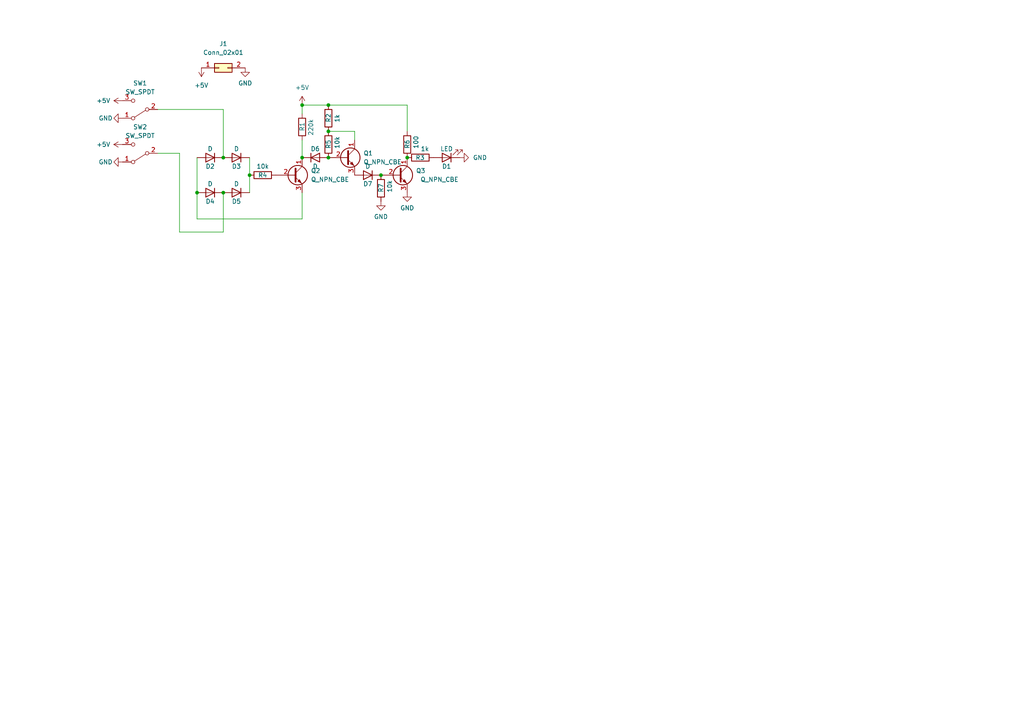
<source format=kicad_sch>
(kicad_sch (version 20211123) (generator eeschema)

  (uuid 10ec5ad7-bb20-4655-82cf-cb8007cf251a)

  (paper "A4")

  (lib_symbols
    (symbol "Connector_Generic:Conn_02x01" (pin_names (offset 1.016) hide) (in_bom yes) (on_board yes)
      (property "Reference" "J" (id 0) (at 1.27 2.54 0)
        (effects (font (size 1.27 1.27)))
      )
      (property "Value" "Conn_02x01" (id 1) (at 1.27 -2.54 0)
        (effects (font (size 1.27 1.27)))
      )
      (property "Footprint" "" (id 2) (at 0 0 0)
        (effects (font (size 1.27 1.27)) hide)
      )
      (property "Datasheet" "~" (id 3) (at 0 0 0)
        (effects (font (size 1.27 1.27)) hide)
      )
      (property "ki_keywords" "connector" (id 4) (at 0 0 0)
        (effects (font (size 1.27 1.27)) hide)
      )
      (property "ki_description" "Generic connector, double row, 02x01, this symbol is compatible with counter-clockwise, top-bottom and odd-even numbering schemes., script generated (kicad-library-utils/schlib/autogen/connector/)" (id 5) (at 0 0 0)
        (effects (font (size 1.27 1.27)) hide)
      )
      (property "ki_fp_filters" "Connector*:*_2x??_*" (id 6) (at 0 0 0)
        (effects (font (size 1.27 1.27)) hide)
      )
      (symbol "Conn_02x01_1_1"
        (rectangle (start -1.27 0.127) (end 0 -0.127)
          (stroke (width 0.1524) (type default) (color 0 0 0 0))
          (fill (type none))
        )
        (rectangle (start -1.27 1.27) (end 3.81 -1.27)
          (stroke (width 0.254) (type default) (color 0 0 0 0))
          (fill (type background))
        )
        (rectangle (start 3.81 0.127) (end 2.54 -0.127)
          (stroke (width 0.1524) (type default) (color 0 0 0 0))
          (fill (type none))
        )
        (pin passive line (at -5.08 0 0) (length 3.81)
          (name "Pin_1" (effects (font (size 1.27 1.27))))
          (number "1" (effects (font (size 1.27 1.27))))
        )
        (pin passive line (at 7.62 0 180) (length 3.81)
          (name "Pin_2" (effects (font (size 1.27 1.27))))
          (number "2" (effects (font (size 1.27 1.27))))
        )
      )
    )
    (symbol "Device:D" (pin_numbers hide) (pin_names (offset 1.016) hide) (in_bom yes) (on_board yes)
      (property "Reference" "D" (id 0) (at 0 2.54 0)
        (effects (font (size 1.27 1.27)))
      )
      (property "Value" "D" (id 1) (at 0 -2.54 0)
        (effects (font (size 1.27 1.27)))
      )
      (property "Footprint" "" (id 2) (at 0 0 0)
        (effects (font (size 1.27 1.27)) hide)
      )
      (property "Datasheet" "~" (id 3) (at 0 0 0)
        (effects (font (size 1.27 1.27)) hide)
      )
      (property "ki_keywords" "diode" (id 4) (at 0 0 0)
        (effects (font (size 1.27 1.27)) hide)
      )
      (property "ki_description" "Diode" (id 5) (at 0 0 0)
        (effects (font (size 1.27 1.27)) hide)
      )
      (property "ki_fp_filters" "TO-???* *_Diode_* *SingleDiode* D_*" (id 6) (at 0 0 0)
        (effects (font (size 1.27 1.27)) hide)
      )
      (symbol "D_0_1"
        (polyline
          (pts
            (xy -1.27 1.27)
            (xy -1.27 -1.27)
          )
          (stroke (width 0.254) (type default) (color 0 0 0 0))
          (fill (type none))
        )
        (polyline
          (pts
            (xy 1.27 0)
            (xy -1.27 0)
          )
          (stroke (width 0) (type default) (color 0 0 0 0))
          (fill (type none))
        )
        (polyline
          (pts
            (xy 1.27 1.27)
            (xy 1.27 -1.27)
            (xy -1.27 0)
            (xy 1.27 1.27)
          )
          (stroke (width 0.254) (type default) (color 0 0 0 0))
          (fill (type none))
        )
      )
      (symbol "D_1_1"
        (pin passive line (at -3.81 0 0) (length 2.54)
          (name "K" (effects (font (size 1.27 1.27))))
          (number "1" (effects (font (size 1.27 1.27))))
        )
        (pin passive line (at 3.81 0 180) (length 2.54)
          (name "A" (effects (font (size 1.27 1.27))))
          (number "2" (effects (font (size 1.27 1.27))))
        )
      )
    )
    (symbol "Device:LED" (pin_numbers hide) (pin_names (offset 1.016) hide) (in_bom yes) (on_board yes)
      (property "Reference" "D" (id 0) (at 0 2.54 0)
        (effects (font (size 1.27 1.27)))
      )
      (property "Value" "LED" (id 1) (at 0 -2.54 0)
        (effects (font (size 1.27 1.27)))
      )
      (property "Footprint" "" (id 2) (at 0 0 0)
        (effects (font (size 1.27 1.27)) hide)
      )
      (property "Datasheet" "~" (id 3) (at 0 0 0)
        (effects (font (size 1.27 1.27)) hide)
      )
      (property "ki_keywords" "LED diode" (id 4) (at 0 0 0)
        (effects (font (size 1.27 1.27)) hide)
      )
      (property "ki_description" "Light emitting diode" (id 5) (at 0 0 0)
        (effects (font (size 1.27 1.27)) hide)
      )
      (property "ki_fp_filters" "LED* LED_SMD:* LED_THT:*" (id 6) (at 0 0 0)
        (effects (font (size 1.27 1.27)) hide)
      )
      (symbol "LED_0_1"
        (polyline
          (pts
            (xy -1.27 -1.27)
            (xy -1.27 1.27)
          )
          (stroke (width 0.254) (type default) (color 0 0 0 0))
          (fill (type none))
        )
        (polyline
          (pts
            (xy -1.27 0)
            (xy 1.27 0)
          )
          (stroke (width 0) (type default) (color 0 0 0 0))
          (fill (type none))
        )
        (polyline
          (pts
            (xy 1.27 -1.27)
            (xy 1.27 1.27)
            (xy -1.27 0)
            (xy 1.27 -1.27)
          )
          (stroke (width 0.254) (type default) (color 0 0 0 0))
          (fill (type none))
        )
        (polyline
          (pts
            (xy -3.048 -0.762)
            (xy -4.572 -2.286)
            (xy -3.81 -2.286)
            (xy -4.572 -2.286)
            (xy -4.572 -1.524)
          )
          (stroke (width 0) (type default) (color 0 0 0 0))
          (fill (type none))
        )
        (polyline
          (pts
            (xy -1.778 -0.762)
            (xy -3.302 -2.286)
            (xy -2.54 -2.286)
            (xy -3.302 -2.286)
            (xy -3.302 -1.524)
          )
          (stroke (width 0) (type default) (color 0 0 0 0))
          (fill (type none))
        )
      )
      (symbol "LED_1_1"
        (pin passive line (at -3.81 0 0) (length 2.54)
          (name "K" (effects (font (size 1.27 1.27))))
          (number "1" (effects (font (size 1.27 1.27))))
        )
        (pin passive line (at 3.81 0 180) (length 2.54)
          (name "A" (effects (font (size 1.27 1.27))))
          (number "2" (effects (font (size 1.27 1.27))))
        )
      )
    )
    (symbol "Device:Q_NPN_CBE" (pin_names (offset 0) hide) (in_bom yes) (on_board yes)
      (property "Reference" "Q" (id 0) (at 5.08 1.27 0)
        (effects (font (size 1.27 1.27)) (justify left))
      )
      (property "Value" "Q_NPN_CBE" (id 1) (at 5.08 -1.27 0)
        (effects (font (size 1.27 1.27)) (justify left))
      )
      (property "Footprint" "" (id 2) (at 5.08 2.54 0)
        (effects (font (size 1.27 1.27)) hide)
      )
      (property "Datasheet" "~" (id 3) (at 0 0 0)
        (effects (font (size 1.27 1.27)) hide)
      )
      (property "ki_keywords" "transistor NPN" (id 4) (at 0 0 0)
        (effects (font (size 1.27 1.27)) hide)
      )
      (property "ki_description" "NPN transistor, collector/base/emitter" (id 5) (at 0 0 0)
        (effects (font (size 1.27 1.27)) hide)
      )
      (symbol "Q_NPN_CBE_0_1"
        (polyline
          (pts
            (xy 0.635 0.635)
            (xy 2.54 2.54)
          )
          (stroke (width 0) (type default) (color 0 0 0 0))
          (fill (type none))
        )
        (polyline
          (pts
            (xy 0.635 -0.635)
            (xy 2.54 -2.54)
            (xy 2.54 -2.54)
          )
          (stroke (width 0) (type default) (color 0 0 0 0))
          (fill (type none))
        )
        (polyline
          (pts
            (xy 0.635 1.905)
            (xy 0.635 -1.905)
            (xy 0.635 -1.905)
          )
          (stroke (width 0.508) (type default) (color 0 0 0 0))
          (fill (type none))
        )
        (polyline
          (pts
            (xy 1.27 -1.778)
            (xy 1.778 -1.27)
            (xy 2.286 -2.286)
            (xy 1.27 -1.778)
            (xy 1.27 -1.778)
          )
          (stroke (width 0) (type default) (color 0 0 0 0))
          (fill (type outline))
        )
        (circle (center 1.27 0) (radius 2.8194)
          (stroke (width 0.254) (type default) (color 0 0 0 0))
          (fill (type none))
        )
      )
      (symbol "Q_NPN_CBE_1_1"
        (pin passive line (at 2.54 5.08 270) (length 2.54)
          (name "C" (effects (font (size 1.27 1.27))))
          (number "1" (effects (font (size 1.27 1.27))))
        )
        (pin input line (at -5.08 0 0) (length 5.715)
          (name "B" (effects (font (size 1.27 1.27))))
          (number "2" (effects (font (size 1.27 1.27))))
        )
        (pin passive line (at 2.54 -5.08 90) (length 2.54)
          (name "E" (effects (font (size 1.27 1.27))))
          (number "3" (effects (font (size 1.27 1.27))))
        )
      )
    )
    (symbol "Device:R" (pin_numbers hide) (pin_names (offset 0)) (in_bom yes) (on_board yes)
      (property "Reference" "R" (id 0) (at 2.032 0 90)
        (effects (font (size 1.27 1.27)))
      )
      (property "Value" "R" (id 1) (at 0 0 90)
        (effects (font (size 1.27 1.27)))
      )
      (property "Footprint" "" (id 2) (at -1.778 0 90)
        (effects (font (size 1.27 1.27)) hide)
      )
      (property "Datasheet" "~" (id 3) (at 0 0 0)
        (effects (font (size 1.27 1.27)) hide)
      )
      (property "ki_keywords" "R res resistor" (id 4) (at 0 0 0)
        (effects (font (size 1.27 1.27)) hide)
      )
      (property "ki_description" "Resistor" (id 5) (at 0 0 0)
        (effects (font (size 1.27 1.27)) hide)
      )
      (property "ki_fp_filters" "R_*" (id 6) (at 0 0 0)
        (effects (font (size 1.27 1.27)) hide)
      )
      (symbol "R_0_1"
        (rectangle (start -1.016 -2.54) (end 1.016 2.54)
          (stroke (width 0.254) (type default) (color 0 0 0 0))
          (fill (type none))
        )
      )
      (symbol "R_1_1"
        (pin passive line (at 0 3.81 270) (length 1.27)
          (name "~" (effects (font (size 1.27 1.27))))
          (number "1" (effects (font (size 1.27 1.27))))
        )
        (pin passive line (at 0 -3.81 90) (length 1.27)
          (name "~" (effects (font (size 1.27 1.27))))
          (number "2" (effects (font (size 1.27 1.27))))
        )
      )
    )
    (symbol "Switch:SW_SPDT" (pin_names (offset 0) hide) (in_bom yes) (on_board yes)
      (property "Reference" "SW" (id 0) (at 0 4.318 0)
        (effects (font (size 1.27 1.27)))
      )
      (property "Value" "SW_SPDT" (id 1) (at 0 -5.08 0)
        (effects (font (size 1.27 1.27)))
      )
      (property "Footprint" "" (id 2) (at 0 0 0)
        (effects (font (size 1.27 1.27)) hide)
      )
      (property "Datasheet" "~" (id 3) (at 0 0 0)
        (effects (font (size 1.27 1.27)) hide)
      )
      (property "ki_keywords" "switch single-pole double-throw spdt ON-ON" (id 4) (at 0 0 0)
        (effects (font (size 1.27 1.27)) hide)
      )
      (property "ki_description" "Switch, single pole double throw" (id 5) (at 0 0 0)
        (effects (font (size 1.27 1.27)) hide)
      )
      (symbol "SW_SPDT_0_0"
        (circle (center -2.032 0) (radius 0.508)
          (stroke (width 0) (type default) (color 0 0 0 0))
          (fill (type none))
        )
        (circle (center 2.032 -2.54) (radius 0.508)
          (stroke (width 0) (type default) (color 0 0 0 0))
          (fill (type none))
        )
      )
      (symbol "SW_SPDT_0_1"
        (polyline
          (pts
            (xy -1.524 0.254)
            (xy 1.651 2.286)
          )
          (stroke (width 0) (type default) (color 0 0 0 0))
          (fill (type none))
        )
        (circle (center 2.032 2.54) (radius 0.508)
          (stroke (width 0) (type default) (color 0 0 0 0))
          (fill (type none))
        )
      )
      (symbol "SW_SPDT_1_1"
        (pin passive line (at 5.08 2.54 180) (length 2.54)
          (name "A" (effects (font (size 1.27 1.27))))
          (number "1" (effects (font (size 1.27 1.27))))
        )
        (pin passive line (at -5.08 0 0) (length 2.54)
          (name "B" (effects (font (size 1.27 1.27))))
          (number "2" (effects (font (size 1.27 1.27))))
        )
        (pin passive line (at 5.08 -2.54 180) (length 2.54)
          (name "C" (effects (font (size 1.27 1.27))))
          (number "3" (effects (font (size 1.27 1.27))))
        )
      )
    )
    (symbol "power:+5V" (power) (pin_names (offset 0)) (in_bom yes) (on_board yes)
      (property "Reference" "#PWR" (id 0) (at 0 -3.81 0)
        (effects (font (size 1.27 1.27)) hide)
      )
      (property "Value" "+5V" (id 1) (at 0 3.556 0)
        (effects (font (size 1.27 1.27)))
      )
      (property "Footprint" "" (id 2) (at 0 0 0)
        (effects (font (size 1.27 1.27)) hide)
      )
      (property "Datasheet" "" (id 3) (at 0 0 0)
        (effects (font (size 1.27 1.27)) hide)
      )
      (property "ki_keywords" "power-flag" (id 4) (at 0 0 0)
        (effects (font (size 1.27 1.27)) hide)
      )
      (property "ki_description" "Power symbol creates a global label with name \"+5V\"" (id 5) (at 0 0 0)
        (effects (font (size 1.27 1.27)) hide)
      )
      (symbol "+5V_0_1"
        (polyline
          (pts
            (xy -0.762 1.27)
            (xy 0 2.54)
          )
          (stroke (width 0) (type default) (color 0 0 0 0))
          (fill (type none))
        )
        (polyline
          (pts
            (xy 0 0)
            (xy 0 2.54)
          )
          (stroke (width 0) (type default) (color 0 0 0 0))
          (fill (type none))
        )
        (polyline
          (pts
            (xy 0 2.54)
            (xy 0.762 1.27)
          )
          (stroke (width 0) (type default) (color 0 0 0 0))
          (fill (type none))
        )
      )
      (symbol "+5V_1_1"
        (pin power_in line (at 0 0 90) (length 0) hide
          (name "+5V" (effects (font (size 1.27 1.27))))
          (number "1" (effects (font (size 1.27 1.27))))
        )
      )
    )
    (symbol "power:GND" (power) (pin_names (offset 0)) (in_bom yes) (on_board yes)
      (property "Reference" "#PWR" (id 0) (at 0 -6.35 0)
        (effects (font (size 1.27 1.27)) hide)
      )
      (property "Value" "GND" (id 1) (at 0 -3.81 0)
        (effects (font (size 1.27 1.27)))
      )
      (property "Footprint" "" (id 2) (at 0 0 0)
        (effects (font (size 1.27 1.27)) hide)
      )
      (property "Datasheet" "" (id 3) (at 0 0 0)
        (effects (font (size 1.27 1.27)) hide)
      )
      (property "ki_keywords" "power-flag" (id 4) (at 0 0 0)
        (effects (font (size 1.27 1.27)) hide)
      )
      (property "ki_description" "Power symbol creates a global label with name \"GND\" , ground" (id 5) (at 0 0 0)
        (effects (font (size 1.27 1.27)) hide)
      )
      (symbol "GND_0_1"
        (polyline
          (pts
            (xy 0 0)
            (xy 0 -1.27)
            (xy 1.27 -1.27)
            (xy 0 -2.54)
            (xy -1.27 -1.27)
            (xy 0 -1.27)
          )
          (stroke (width 0) (type default) (color 0 0 0 0))
          (fill (type none))
        )
      )
      (symbol "GND_1_1"
        (pin power_in line (at 0 0 270) (length 0) hide
          (name "GND" (effects (font (size 1.27 1.27))))
          (number "1" (effects (font (size 1.27 1.27))))
        )
      )
    )
  )

  (junction (at 72.39 50.8) (diameter 0) (color 0 0 0 0)
    (uuid 062f7f15-e5bf-4dcd-b281-974485c53857)
  )
  (junction (at 110.49 50.8) (diameter 0) (color 0 0 0 0)
    (uuid 0bc8abed-7fa0-40e9-b5b6-74b2a9ad24e1)
  )
  (junction (at 118.11 45.72) (diameter 0) (color 0 0 0 0)
    (uuid 0c594987-5c64-4084-b780-a1f1bc443ba1)
  )
  (junction (at 95.25 30.48) (diameter 0) (color 0 0 0 0)
    (uuid 2bfc4a2e-f037-4077-b4ff-5504ea63cc16)
  )
  (junction (at 87.63 45.72) (diameter 0) (color 0 0 0 0)
    (uuid 3462b1cb-79e8-421a-9a69-66acccfc9eb5)
  )
  (junction (at 95.25 38.1) (diameter 0) (color 0 0 0 0)
    (uuid 354b77cf-6c86-4667-8572-723a0c0646db)
  )
  (junction (at 95.25 45.72) (diameter 0) (color 0 0 0 0)
    (uuid 5f594fa1-1997-4377-a793-3cf5fcc2537d)
  )
  (junction (at 87.63 30.48) (diameter 0) (color 0 0 0 0)
    (uuid 63f26a74-da97-4839-8a70-64b50620271f)
  )
  (junction (at 64.77 45.72) (diameter 0) (color 0 0 0 0)
    (uuid 996223ee-38c2-410a-9b5b-b709d8d0f64d)
  )
  (junction (at 64.77 55.88) (diameter 0) (color 0 0 0 0)
    (uuid d9393b35-79a9-405a-830b-aa5b31176090)
  )
  (junction (at 57.15 55.88) (diameter 0) (color 0 0 0 0)
    (uuid eeb32993-d050-462a-90c3-0d6ad32985c2)
  )

  (wire (pts (xy 87.63 40.64) (xy 87.63 45.72))
    (stroke (width 0) (type default) (color 0 0 0 0))
    (uuid 1275da30-69dc-48d0-bca5-55d82a60cb7b)
  )
  (wire (pts (xy 57.15 63.5) (xy 87.63 63.5))
    (stroke (width 0) (type default) (color 0 0 0 0))
    (uuid 3dd3d236-7c37-4e2f-b0fc-a67fa8b1cb71)
  )
  (wire (pts (xy 64.77 67.31) (xy 52.07 67.31))
    (stroke (width 0) (type default) (color 0 0 0 0))
    (uuid 48212733-bf34-4c3b-bcf3-5489b8cf1ea1)
  )
  (wire (pts (xy 64.77 55.88) (xy 64.77 67.31))
    (stroke (width 0) (type default) (color 0 0 0 0))
    (uuid 5d9cd834-4646-41e7-b5fb-e9b982cf6ac3)
  )
  (wire (pts (xy 87.63 30.48) (xy 87.63 33.02))
    (stroke (width 0) (type default) (color 0 0 0 0))
    (uuid 63d1a944-8111-4dea-9cf9-991bbed971bf)
  )
  (wire (pts (xy 87.63 63.5) (xy 87.63 55.88))
    (stroke (width 0) (type default) (color 0 0 0 0))
    (uuid 69ec15ec-2f30-4c1e-ae05-a3c685630390)
  )
  (wire (pts (xy 118.11 30.48) (xy 95.25 30.48))
    (stroke (width 0) (type default) (color 0 0 0 0))
    (uuid 82430b96-2b24-4c0e-ad94-e51d7502f3cb)
  )
  (wire (pts (xy 72.39 50.8) (xy 72.39 55.88))
    (stroke (width 0) (type default) (color 0 0 0 0))
    (uuid 8a01eb2c-74c1-44ee-bde1-e8bdc14dea9f)
  )
  (wire (pts (xy 57.15 45.72) (xy 57.15 55.88))
    (stroke (width 0) (type default) (color 0 0 0 0))
    (uuid 8df1eec6-bdd2-4ec2-b4bf-bba3b1c36446)
  )
  (wire (pts (xy 118.11 38.1) (xy 118.11 30.48))
    (stroke (width 0) (type default) (color 0 0 0 0))
    (uuid a3af416f-ffc8-4c3e-866c-fb205c2137f1)
  )
  (wire (pts (xy 72.39 45.72) (xy 72.39 50.8))
    (stroke (width 0) (type default) (color 0 0 0 0))
    (uuid aa2c3328-6c32-452e-ada1-095e6953e8b0)
  )
  (wire (pts (xy 45.72 31.75) (xy 64.77 31.75))
    (stroke (width 0) (type default) (color 0 0 0 0))
    (uuid ab9d914d-e082-4ca3-9ff1-7f7978789625)
  )
  (wire (pts (xy 95.25 38.1) (xy 102.87 38.1))
    (stroke (width 0) (type default) (color 0 0 0 0))
    (uuid abd08907-b1f0-401a-a6cd-1e4ac4c1ed5c)
  )
  (wire (pts (xy 87.63 30.48) (xy 95.25 30.48))
    (stroke (width 0) (type default) (color 0 0 0 0))
    (uuid b24aac58-713c-4dad-b402-dd167f71c762)
  )
  (wire (pts (xy 102.87 40.64) (xy 102.87 38.1))
    (stroke (width 0) (type default) (color 0 0 0 0))
    (uuid b8fed773-293e-47b1-8436-208c9c42928e)
  )
  (wire (pts (xy 52.07 67.31) (xy 52.07 44.45))
    (stroke (width 0) (type default) (color 0 0 0 0))
    (uuid bf8cdcad-7f5e-47c5-b90c-b114283fecab)
  )
  (wire (pts (xy 52.07 44.45) (xy 45.72 44.45))
    (stroke (width 0) (type default) (color 0 0 0 0))
    (uuid d3468f27-1eec-4f47-ae6d-e681c6bd1e5e)
  )
  (wire (pts (xy 64.77 31.75) (xy 64.77 45.72))
    (stroke (width 0) (type default) (color 0 0 0 0))
    (uuid e344dcf8-0858-425b-823b-e32ea21c4a67)
  )
  (wire (pts (xy 57.15 55.88) (xy 57.15 63.5))
    (stroke (width 0) (type default) (color 0 0 0 0))
    (uuid fbcf8ccd-7126-4cfe-99df-20504ab77b20)
  )

  (symbol (lib_id "Device:Q_NPN_CBE") (at 115.57 50.8 0) (unit 1)
    (in_bom yes) (on_board yes)
    (uuid 0288dc88-28fa-4a6c-8729-bf5765f6c9ac)
    (property "Reference" "Q3" (id 0) (at 120.65 49.5299 0)
      (effects (font (size 1.27 1.27)) (justify left))
    )
    (property "Value" "Q_NPN_CBE" (id 1) (at 121.92 52.07 0)
      (effects (font (size 1.27 1.27)) (justify left))
    )
    (property "Footprint" "Package_TO_SOT_THT:TO-92_Inline_Wide" (id 2) (at 120.65 48.26 0)
      (effects (font (size 1.27 1.27)) hide)
    )
    (property "Datasheet" "~" (id 3) (at 115.57 50.8 0)
      (effects (font (size 1.27 1.27)) hide)
    )
    (pin "1" (uuid 8c02e483-b24a-410b-96bf-faa1ad12fead))
    (pin "2" (uuid aea0add4-5515-467b-8ee4-e4317d491304))
    (pin "3" (uuid 457ff7c0-c07e-4f46-a6a2-4ed6137e4399))
  )

  (symbol (lib_id "Device:D") (at 68.58 55.88 180) (unit 1)
    (in_bom yes) (on_board yes)
    (uuid 0f33a126-f5c7-4dc9-9826-30033f438670)
    (property "Reference" "D5" (id 0) (at 68.58 58.42 0))
    (property "Value" "D" (id 1) (at 68.58 53.34 0))
    (property "Footprint" "Diode_THT:D_DO-35_SOD27_P2.54mm_Vertical_AnodeUp" (id 2) (at 68.58 55.88 0)
      (effects (font (size 1.27 1.27)) hide)
    )
    (property "Datasheet" "~" (id 3) (at 68.58 55.88 0)
      (effects (font (size 1.27 1.27)) hide)
    )
    (pin "1" (uuid 88f7d02b-fdf7-4d31-a533-795ddc06460b))
    (pin "2" (uuid 3618f0ab-1e62-4aa3-adb4-2eeab2019f88))
  )

  (symbol (lib_id "Device:D") (at 60.96 55.88 180) (unit 1)
    (in_bom yes) (on_board yes)
    (uuid 0fab2ac9-14f6-4dd4-8236-706e5f3651c7)
    (property "Reference" "D4" (id 0) (at 60.96 58.42 0))
    (property "Value" "D" (id 1) (at 60.96 53.34 0))
    (property "Footprint" "Diode_THT:D_DO-35_SOD27_P2.54mm_Vertical_AnodeUp" (id 2) (at 60.96 55.88 0)
      (effects (font (size 1.27 1.27)) hide)
    )
    (property "Datasheet" "~" (id 3) (at 60.96 55.88 0)
      (effects (font (size 1.27 1.27)) hide)
    )
    (pin "1" (uuid 16df87b5-c12e-4060-be61-6416fe75aeed))
    (pin "2" (uuid 4cbc60ec-2e87-4e56-8dcf-8c691c63e8fe))
  )

  (symbol (lib_id "Device:LED") (at 129.54 45.72 180) (unit 1)
    (in_bom yes) (on_board yes)
    (uuid 195a337f-b70d-4a8e-90fe-a2e4e58c3a35)
    (property "Reference" "D1" (id 0) (at 129.54 48.26 0))
    (property "Value" "LED" (id 1) (at 129.54 43.18 0))
    (property "Footprint" "LED_THT:LED_D3.0mm" (id 2) (at 129.54 45.72 0)
      (effects (font (size 1.27 1.27)) hide)
    )
    (property "Datasheet" "~" (id 3) (at 129.54 45.72 0)
      (effects (font (size 1.27 1.27)) hide)
    )
    (pin "1" (uuid 6de18248-4bdc-4f9a-a92e-52a16d702edb))
    (pin "2" (uuid a540ec35-e587-4daf-9b9d-0ac2ce1f740d))
  )

  (symbol (lib_id "Connector_Generic:Conn_02x01") (at 63.5 19.685 0) (unit 1)
    (in_bom yes) (on_board yes) (fields_autoplaced)
    (uuid 26e3d61c-ea12-4336-921b-728f78eb540f)
    (property "Reference" "J1" (id 0) (at 64.77 12.7 0))
    (property "Value" "Conn_02x01" (id 1) (at 64.77 15.24 0))
    (property "Footprint" "Connector_PinSocket_2.54mm:PinSocket_1x02_P2.54mm_Vertical" (id 2) (at 63.5 19.685 0)
      (effects (font (size 1.27 1.27)) hide)
    )
    (property "Datasheet" "~" (id 3) (at 63.5 19.685 0)
      (effects (font (size 1.27 1.27)) hide)
    )
    (pin "1" (uuid 22ede315-0781-4ac3-9d50-1d749585de3f))
    (pin "2" (uuid 493718b4-c9d0-4a42-bae8-6a4d56f41555))
  )

  (symbol (lib_id "Device:D") (at 106.68 50.8 180) (unit 1)
    (in_bom yes) (on_board yes)
    (uuid 39044566-860e-427d-8d35-3655f7b8070b)
    (property "Reference" "D7" (id 0) (at 106.68 53.34 0))
    (property "Value" "D" (id 1) (at 106.68 48.26 0))
    (property "Footprint" "Diode_THT:D_DO-35_SOD27_P2.54mm_Vertical_AnodeUp" (id 2) (at 106.68 50.8 0)
      (effects (font (size 1.27 1.27)) hide)
    )
    (property "Datasheet" "~" (id 3) (at 106.68 50.8 0)
      (effects (font (size 1.27 1.27)) hide)
    )
    (pin "1" (uuid 55bbb780-f2ce-4b2e-ba94-bd28f110ff6f))
    (pin "2" (uuid d8114d82-0e68-4fdb-8c9a-d98e9f86fe36))
  )

  (symbol (lib_id "power:GND") (at 71.12 19.685 0) (unit 1)
    (in_bom yes) (on_board yes) (fields_autoplaced)
    (uuid 3969ecc3-24de-4264-8852-b38e0980c988)
    (property "Reference" "#PWR0108" (id 0) (at 71.12 26.035 0)
      (effects (font (size 1.27 1.27)) hide)
    )
    (property "Value" "GND" (id 1) (at 71.12 24.13 0))
    (property "Footprint" "" (id 2) (at 71.12 19.685 0)
      (effects (font (size 1.27 1.27)) hide)
    )
    (property "Datasheet" "" (id 3) (at 71.12 19.685 0)
      (effects (font (size 1.27 1.27)) hide)
    )
    (pin "1" (uuid 140ba676-1584-4085-bb07-8a6bd70c6459))
  )

  (symbol (lib_id "Switch:SW_SPDT") (at 40.64 44.45 180) (unit 1)
    (in_bom yes) (on_board yes) (fields_autoplaced)
    (uuid 40f8e730-d771-4f5f-a5b7-e59268abd0f7)
    (property "Reference" "SW2" (id 0) (at 40.64 36.83 0))
    (property "Value" "SW_SPDT" (id 1) (at 40.64 39.37 0))
    (property "Footprint" "Connector_PinSocket_2.54mm:PinSocket_1x03_P2.54mm_Vertical" (id 2) (at 40.64 44.45 0)
      (effects (font (size 1.27 1.27)) hide)
    )
    (property "Datasheet" "~" (id 3) (at 40.64 44.45 0)
      (effects (font (size 1.27 1.27)) hide)
    )
    (pin "1" (uuid 78f53b71-7983-4873-8429-fdb99c4ada3d))
    (pin "2" (uuid ccdce9e9-4a76-483f-8d75-2d823669cce4))
    (pin "3" (uuid 0dc12c9a-8d22-499e-9603-d4f8247df1a7))
  )

  (symbol (lib_id "Device:Q_NPN_CBE") (at 100.33 45.72 0) (unit 1)
    (in_bom yes) (on_board yes) (fields_autoplaced)
    (uuid 4c58e152-a20e-4a45-8af6-ee1df88db2f9)
    (property "Reference" "Q1" (id 0) (at 105.41 44.4499 0)
      (effects (font (size 1.27 1.27)) (justify left))
    )
    (property "Value" "Q_NPN_CBE" (id 1) (at 105.41 46.9899 0)
      (effects (font (size 1.27 1.27)) (justify left))
    )
    (property "Footprint" "Package_TO_SOT_THT:TO-92_Inline_Wide" (id 2) (at 105.41 43.18 0)
      (effects (font (size 1.27 1.27)) hide)
    )
    (property "Datasheet" "~" (id 3) (at 100.33 45.72 0)
      (effects (font (size 1.27 1.27)) hide)
    )
    (pin "1" (uuid 316a40e1-c2c1-4f70-a0c5-1d314398578b))
    (pin "2" (uuid cc4b4e4a-1fe2-4e7e-a8bf-f1a2ddd84e7d))
    (pin "3" (uuid 275f4319-df7a-4933-aaf6-983bd3673098))
  )

  (symbol (lib_id "Device:D") (at 68.58 45.72 180) (unit 1)
    (in_bom yes) (on_board yes)
    (uuid 58dedfda-b8d8-4ad2-9a3f-4839ceea6a62)
    (property "Reference" "D3" (id 0) (at 68.58 48.26 0))
    (property "Value" "D" (id 1) (at 68.58 43.18 0))
    (property "Footprint" "Diode_THT:D_DO-35_SOD27_P2.54mm_Vertical_AnodeUp" (id 2) (at 68.58 45.72 0)
      (effects (font (size 1.27 1.27)) hide)
    )
    (property "Datasheet" "~" (id 3) (at 68.58 45.72 0)
      (effects (font (size 1.27 1.27)) hide)
    )
    (pin "1" (uuid 326322bb-1969-4eb6-8021-bfeff92a3746))
    (pin "2" (uuid 17d5ec51-f921-4206-924e-00de85c7644e))
  )

  (symbol (lib_id "Switch:SW_SPDT") (at 40.64 31.75 180) (unit 1)
    (in_bom yes) (on_board yes) (fields_autoplaced)
    (uuid 5c1f7445-2b04-499c-a1b3-0fe6a1ba7aed)
    (property "Reference" "SW1" (id 0) (at 40.64 24.13 0))
    (property "Value" "SW_SPDT" (id 1) (at 40.64 26.67 0))
    (property "Footprint" "Connector_PinSocket_2.54mm:PinSocket_1x03_P2.54mm_Vertical" (id 2) (at 40.64 31.75 0)
      (effects (font (size 1.27 1.27)) hide)
    )
    (property "Datasheet" "~" (id 3) (at 40.64 31.75 0)
      (effects (font (size 1.27 1.27)) hide)
    )
    (pin "1" (uuid f2d2d372-3cbd-42e3-8079-a0733ed616b8))
    (pin "2" (uuid 8f9f32ce-7620-49a7-9577-a569dbfd59f1))
    (pin "3" (uuid 1e6913cd-fbbe-4a64-8d9f-9abaeb587736))
  )

  (symbol (lib_id "Device:R") (at 118.11 41.91 180) (unit 1)
    (in_bom yes) (on_board yes)
    (uuid 65e2ce89-8cfb-48fa-9ed8-d3823a2c6561)
    (property "Reference" "R6" (id 0) (at 118.11 43.18 90)
      (effects (font (size 1.27 1.27)) (justify right))
    )
    (property "Value" "100" (id 1) (at 120.65 43.18 90)
      (effects (font (size 1.27 1.27)) (justify right))
    )
    (property "Footprint" "Resistor_THT:R_Axial_DIN0207_L6.3mm_D2.5mm_P2.54mm_Vertical" (id 2) (at 119.888 41.91 90)
      (effects (font (size 1.27 1.27)) hide)
    )
    (property "Datasheet" "~" (id 3) (at 118.11 41.91 0)
      (effects (font (size 1.27 1.27)) hide)
    )
    (pin "1" (uuid 61e0b674-dbe6-44dd-8447-2351e06ca7dc))
    (pin "2" (uuid 5655b12b-700f-450a-895d-f94b9fb81fa2))
  )

  (symbol (lib_id "power:GND") (at 35.56 46.99 270) (unit 1)
    (in_bom yes) (on_board yes)
    (uuid 6a8fd53f-b055-4511-92f2-c02d52d84319)
    (property "Reference" "#PWR0106" (id 0) (at 29.21 46.99 0)
      (effects (font (size 1.27 1.27)) hide)
    )
    (property "Value" "GND" (id 1) (at 28.575 46.99 90)
      (effects (font (size 1.27 1.27)) (justify left))
    )
    (property "Footprint" "" (id 2) (at 35.56 46.99 0)
      (effects (font (size 1.27 1.27)) hide)
    )
    (property "Datasheet" "" (id 3) (at 35.56 46.99 0)
      (effects (font (size 1.27 1.27)) hide)
    )
    (pin "1" (uuid da0b1f26-b75d-4bf1-90cd-7f12ccfd2be4))
  )

  (symbol (lib_id "Device:R") (at 121.92 45.72 270) (unit 1)
    (in_bom yes) (on_board yes)
    (uuid 6f48d93a-3592-481b-8c9d-8e40805b51e1)
    (property "Reference" "R3" (id 0) (at 123.19 45.72 90)
      (effects (font (size 1.27 1.27)) (justify right))
    )
    (property "Value" "1k" (id 1) (at 124.46 43.18 90)
      (effects (font (size 1.27 1.27)) (justify right))
    )
    (property "Footprint" "Resistor_THT:R_Axial_DIN0207_L6.3mm_D2.5mm_P2.54mm_Vertical" (id 2) (at 121.92 43.942 90)
      (effects (font (size 1.27 1.27)) hide)
    )
    (property "Datasheet" "~" (id 3) (at 121.92 45.72 0)
      (effects (font (size 1.27 1.27)) hide)
    )
    (pin "1" (uuid 848182ec-cf19-4a91-919f-46688b4c6266))
    (pin "2" (uuid 4c4e9038-6358-4ac8-aea4-4ee3cd0e21f3))
  )

  (symbol (lib_id "power:+5V") (at 35.56 29.21 90) (unit 1)
    (in_bom yes) (on_board yes)
    (uuid 6fb71a1d-aa81-46ed-a9fa-1a23b9d731eb)
    (property "Reference" "#PWR0103" (id 0) (at 39.37 29.21 0)
      (effects (font (size 1.27 1.27)) hide)
    )
    (property "Value" "+5V" (id 1) (at 27.94 29.21 90)
      (effects (font (size 1.27 1.27)) (justify right))
    )
    (property "Footprint" "" (id 2) (at 35.56 29.21 0)
      (effects (font (size 1.27 1.27)) hide)
    )
    (property "Datasheet" "" (id 3) (at 35.56 29.21 0)
      (effects (font (size 1.27 1.27)) hide)
    )
    (pin "1" (uuid 6c695e44-6750-455e-a0a5-5cdb61305d7d))
  )

  (symbol (lib_id "Device:R") (at 95.25 41.91 180) (unit 1)
    (in_bom yes) (on_board yes)
    (uuid 7734189a-4f0a-4110-946f-017a031d7719)
    (property "Reference" "R5" (id 0) (at 95.25 43.18 90)
      (effects (font (size 1.27 1.27)) (justify right))
    )
    (property "Value" "10k" (id 1) (at 97.79 43.18 90)
      (effects (font (size 1.27 1.27)) (justify right))
    )
    (property "Footprint" "Resistor_THT:R_Axial_DIN0207_L6.3mm_D2.5mm_P2.54mm_Vertical" (id 2) (at 97.028 41.91 90)
      (effects (font (size 1.27 1.27)) hide)
    )
    (property "Datasheet" "~" (id 3) (at 95.25 41.91 0)
      (effects (font (size 1.27 1.27)) hide)
    )
    (pin "1" (uuid cccdf4d3-0255-4893-b7f1-2e462f83684f))
    (pin "2" (uuid cda8d21d-c9ff-4c92-8538-562f9cfc574e))
  )

  (symbol (lib_id "power:+5V") (at 35.56 41.91 90) (unit 1)
    (in_bom yes) (on_board yes)
    (uuid 99dab465-6f04-47fc-8b98-956fcd2e4cb2)
    (property "Reference" "#PWR0105" (id 0) (at 39.37 41.91 0)
      (effects (font (size 1.27 1.27)) hide)
    )
    (property "Value" "+5V" (id 1) (at 27.94 41.91 90)
      (effects (font (size 1.27 1.27)) (justify right))
    )
    (property "Footprint" "" (id 2) (at 35.56 41.91 0)
      (effects (font (size 1.27 1.27)) hide)
    )
    (property "Datasheet" "" (id 3) (at 35.56 41.91 0)
      (effects (font (size 1.27 1.27)) hide)
    )
    (pin "1" (uuid 8069943f-158e-41c2-8018-7769fbef9cf7))
  )

  (symbol (lib_id "power:+5V") (at 58.42 19.685 180) (unit 1)
    (in_bom yes) (on_board yes) (fields_autoplaced)
    (uuid 9f293e49-a99d-4481-abf3-e31044cfdb01)
    (property "Reference" "#PWR0109" (id 0) (at 58.42 15.875 0)
      (effects (font (size 1.27 1.27)) hide)
    )
    (property "Value" "+5V" (id 1) (at 58.42 24.765 0))
    (property "Footprint" "" (id 2) (at 58.42 19.685 0)
      (effects (font (size 1.27 1.27)) hide)
    )
    (property "Datasheet" "" (id 3) (at 58.42 19.685 0)
      (effects (font (size 1.27 1.27)) hide)
    )
    (pin "1" (uuid 37a91ad6-b82f-4749-9479-793d5fc0768c))
  )

  (symbol (lib_id "Device:D") (at 60.96 45.72 180) (unit 1)
    (in_bom yes) (on_board yes)
    (uuid a2f83e3f-e7fa-47b4-b5b4-c7d046872da1)
    (property "Reference" "D2" (id 0) (at 60.96 48.26 0))
    (property "Value" "D" (id 1) (at 60.96 43.18 0))
    (property "Footprint" "Diode_THT:D_DO-35_SOD27_P2.54mm_Vertical_AnodeUp" (id 2) (at 60.96 45.72 0)
      (effects (font (size 1.27 1.27)) hide)
    )
    (property "Datasheet" "~" (id 3) (at 60.96 45.72 0)
      (effects (font (size 1.27 1.27)) hide)
    )
    (pin "1" (uuid 05a5b9e8-70a7-4a82-a110-52ef5ea9dfb8))
    (pin "2" (uuid e0705ab1-80ee-4aed-8928-3b83093c18f1))
  )

  (symbol (lib_id "Device:R") (at 95.25 34.29 180) (unit 1)
    (in_bom yes) (on_board yes)
    (uuid a523634c-d251-4976-87a7-3b8db1606156)
    (property "Reference" "R2" (id 0) (at 95.25 35.56 90)
      (effects (font (size 1.27 1.27)) (justify right))
    )
    (property "Value" "1k" (id 1) (at 97.79 35.56 90)
      (effects (font (size 1.27 1.27)) (justify right))
    )
    (property "Footprint" "Resistor_THT:R_Axial_DIN0207_L6.3mm_D2.5mm_P2.54mm_Vertical" (id 2) (at 97.028 34.29 90)
      (effects (font (size 1.27 1.27)) hide)
    )
    (property "Datasheet" "~" (id 3) (at 95.25 34.29 0)
      (effects (font (size 1.27 1.27)) hide)
    )
    (pin "1" (uuid c6edf757-e9f5-4062-80cb-cb4907c7b02a))
    (pin "2" (uuid 33ed3cd4-7d7a-4ce3-8ca8-4d8dc4043613))
  )

  (symbol (lib_id "power:GND") (at 110.49 58.42 0) (unit 1)
    (in_bom yes) (on_board yes) (fields_autoplaced)
    (uuid a65ddff1-2d09-4fb0-9a30-0bca8da83ed1)
    (property "Reference" "#PWR02" (id 0) (at 110.49 64.77 0)
      (effects (font (size 1.27 1.27)) hide)
    )
    (property "Value" "GND" (id 1) (at 110.49 62.865 0))
    (property "Footprint" "" (id 2) (at 110.49 58.42 0)
      (effects (font (size 1.27 1.27)) hide)
    )
    (property "Datasheet" "" (id 3) (at 110.49 58.42 0)
      (effects (font (size 1.27 1.27)) hide)
    )
    (pin "1" (uuid 47614483-79dc-48db-a34e-b68c64ad5f32))
  )

  (symbol (lib_id "Device:R") (at 110.49 54.61 180) (unit 1)
    (in_bom yes) (on_board yes)
    (uuid a96d8901-e7d4-42a4-b15b-a61f7395bf8e)
    (property "Reference" "R7" (id 0) (at 110.49 55.88 90)
      (effects (font (size 1.27 1.27)) (justify right))
    )
    (property "Value" "10k" (id 1) (at 113.03 55.88 90)
      (effects (font (size 1.27 1.27)) (justify right))
    )
    (property "Footprint" "Resistor_THT:R_Axial_DIN0207_L6.3mm_D2.5mm_P2.54mm_Vertical" (id 2) (at 112.268 54.61 90)
      (effects (font (size 1.27 1.27)) hide)
    )
    (property "Datasheet" "~" (id 3) (at 110.49 54.61 0)
      (effects (font (size 1.27 1.27)) hide)
    )
    (pin "1" (uuid 61e44720-80d5-47f6-9188-4fd532e835cb))
    (pin "2" (uuid b93464bd-3ac9-4578-912e-345e57c1e096))
  )

  (symbol (lib_id "Device:R") (at 87.63 36.83 180) (unit 1)
    (in_bom yes) (on_board yes)
    (uuid bf890d1f-7a64-40d2-8352-09ffc9695762)
    (property "Reference" "R1" (id 0) (at 87.63 38.1 90)
      (effects (font (size 1.27 1.27)) (justify right))
    )
    (property "Value" "220k" (id 1) (at 90.17 39.37 90)
      (effects (font (size 1.27 1.27)) (justify right))
    )
    (property "Footprint" "Resistor_THT:R_Axial_DIN0207_L6.3mm_D2.5mm_P2.54mm_Vertical" (id 2) (at 89.408 36.83 90)
      (effects (font (size 1.27 1.27)) hide)
    )
    (property "Datasheet" "~" (id 3) (at 87.63 36.83 0)
      (effects (font (size 1.27 1.27)) hide)
    )
    (pin "1" (uuid 4b7a5959-2093-4c04-8b76-76471eafe25a))
    (pin "2" (uuid cf5597df-7a65-44c6-8f2e-7d3626a113cf))
  )

  (symbol (lib_id "power:+5V") (at 87.63 30.48 0) (unit 1)
    (in_bom yes) (on_board yes) (fields_autoplaced)
    (uuid c2754734-c709-4126-974c-2b4f96de6b1f)
    (property "Reference" "#PWR0102" (id 0) (at 87.63 34.29 0)
      (effects (font (size 1.27 1.27)) hide)
    )
    (property "Value" "+5V" (id 1) (at 87.63 25.4 0))
    (property "Footprint" "" (id 2) (at 87.63 30.48 0)
      (effects (font (size 1.27 1.27)) hide)
    )
    (property "Datasheet" "" (id 3) (at 87.63 30.48 0)
      (effects (font (size 1.27 1.27)) hide)
    )
    (pin "1" (uuid 61228f6a-a71e-48ec-af9b-2ae68975814d))
  )

  (symbol (lib_id "Device:Q_NPN_CBE") (at 85.09 50.8 0) (unit 1)
    (in_bom yes) (on_board yes)
    (uuid c7608644-52b3-4400-8b21-64963b09447c)
    (property "Reference" "Q2" (id 0) (at 90.17 49.53 0)
      (effects (font (size 1.27 1.27)) (justify left))
    )
    (property "Value" "Q_NPN_CBE" (id 1) (at 90.17 52.07 0)
      (effects (font (size 1.27 1.27)) (justify left))
    )
    (property "Footprint" "Package_TO_SOT_THT:TO-92_Inline_Wide" (id 2) (at 90.17 48.26 0)
      (effects (font (size 1.27 1.27)) hide)
    )
    (property "Datasheet" "~" (id 3) (at 85.09 50.8 0)
      (effects (font (size 1.27 1.27)) hide)
    )
    (pin "1" (uuid a574a25b-4e65-4ada-b007-3a9ed82f7c33))
    (pin "2" (uuid fa2c1fe9-aff0-46d6-bd54-2cbe9a3888d7))
    (pin "3" (uuid 5933dc75-701f-4281-ab74-52a106406782))
  )

  (symbol (lib_id "power:GND") (at 133.35 45.72 90) (unit 1)
    (in_bom yes) (on_board yes) (fields_autoplaced)
    (uuid ccbe5608-de04-4170-9218-c57bcaf9962f)
    (property "Reference" "#PWR0107" (id 0) (at 139.7 45.72 0)
      (effects (font (size 1.27 1.27)) hide)
    )
    (property "Value" "GND" (id 1) (at 137.16 45.7199 90)
      (effects (font (size 1.27 1.27)) (justify right))
    )
    (property "Footprint" "" (id 2) (at 133.35 45.72 0)
      (effects (font (size 1.27 1.27)) hide)
    )
    (property "Datasheet" "" (id 3) (at 133.35 45.72 0)
      (effects (font (size 1.27 1.27)) hide)
    )
    (pin "1" (uuid 4d79a74e-6cd3-4e2a-a787-ee8430eb0bc1))
  )

  (symbol (lib_id "power:GND") (at 35.56 34.29 270) (unit 1)
    (in_bom yes) (on_board yes)
    (uuid d32f9ccf-a02c-4497-92da-65ac7eda3eb7)
    (property "Reference" "#PWR0104" (id 0) (at 29.21 34.29 0)
      (effects (font (size 1.27 1.27)) hide)
    )
    (property "Value" "GND" (id 1) (at 28.575 34.29 90)
      (effects (font (size 1.27 1.27)) (justify left))
    )
    (property "Footprint" "" (id 2) (at 35.56 34.29 0)
      (effects (font (size 1.27 1.27)) hide)
    )
    (property "Datasheet" "" (id 3) (at 35.56 34.29 0)
      (effects (font (size 1.27 1.27)) hide)
    )
    (pin "1" (uuid 36da35e4-edf7-4a2f-9c08-225f337568de))
  )

  (symbol (lib_id "Device:R") (at 76.2 50.8 90) (unit 1)
    (in_bom yes) (on_board yes)
    (uuid dc39e7c0-b123-4c5a-b339-13ef37b81d5a)
    (property "Reference" "R4" (id 0) (at 76.2 50.8 90))
    (property "Value" "10k" (id 1) (at 76.2 48.26 90))
    (property "Footprint" "Resistor_THT:R_Axial_DIN0207_L6.3mm_D2.5mm_P2.54mm_Vertical" (id 2) (at 76.2 52.578 90)
      (effects (font (size 1.27 1.27)) hide)
    )
    (property "Datasheet" "~" (id 3) (at 76.2 50.8 0)
      (effects (font (size 1.27 1.27)) hide)
    )
    (pin "1" (uuid 79168349-5b85-4327-a253-64416fc9dcfa))
    (pin "2" (uuid 69e7dfb2-f33c-4154-844e-7f9f63416016))
  )

  (symbol (lib_id "Device:D") (at 91.44 45.72 0) (unit 1)
    (in_bom yes) (on_board yes)
    (uuid e0b029f5-000a-4254-a4a3-a97dddc574e6)
    (property "Reference" "D6" (id 0) (at 91.44 43.18 0))
    (property "Value" "D" (id 1) (at 91.44 48.26 0))
    (property "Footprint" "Diode_THT:D_DO-35_SOD27_P2.54mm_Vertical_AnodeUp" (id 2) (at 91.44 45.72 0)
      (effects (font (size 1.27 1.27)) hide)
    )
    (property "Datasheet" "~" (id 3) (at 91.44 45.72 0)
      (effects (font (size 1.27 1.27)) hide)
    )
    (pin "1" (uuid b755e142-b036-4b68-8bce-7b2d9d8beff0))
    (pin "2" (uuid e43b40af-878b-4e1b-873b-6cc4202fa349))
  )

  (symbol (lib_id "power:GND") (at 118.11 55.88 0) (unit 1)
    (in_bom yes) (on_board yes) (fields_autoplaced)
    (uuid f40f29ef-0504-4a4e-93ad-7509196f991d)
    (property "Reference" "#PWR01" (id 0) (at 118.11 62.23 0)
      (effects (font (size 1.27 1.27)) hide)
    )
    (property "Value" "GND" (id 1) (at 118.11 60.325 0))
    (property "Footprint" "" (id 2) (at 118.11 55.88 0)
      (effects (font (size 1.27 1.27)) hide)
    )
    (property "Datasheet" "" (id 3) (at 118.11 55.88 0)
      (effects (font (size 1.27 1.27)) hide)
    )
    (pin "1" (uuid 96c01399-f682-4f94-b89e-15665a579bbe))
  )

  (sheet_instances
    (path "/" (page "1"))
  )

  (symbol_instances
    (path "/f40f29ef-0504-4a4e-93ad-7509196f991d"
      (reference "#PWR01") (unit 1) (value "GND") (footprint "")
    )
    (path "/a65ddff1-2d09-4fb0-9a30-0bca8da83ed1"
      (reference "#PWR02") (unit 1) (value "GND") (footprint "")
    )
    (path "/c2754734-c709-4126-974c-2b4f96de6b1f"
      (reference "#PWR0102") (unit 1) (value "+5V") (footprint "")
    )
    (path "/6fb71a1d-aa81-46ed-a9fa-1a23b9d731eb"
      (reference "#PWR0103") (unit 1) (value "+5V") (footprint "")
    )
    (path "/d32f9ccf-a02c-4497-92da-65ac7eda3eb7"
      (reference "#PWR0104") (unit 1) (value "GND") (footprint "")
    )
    (path "/99dab465-6f04-47fc-8b98-956fcd2e4cb2"
      (reference "#PWR0105") (unit 1) (value "+5V") (footprint "")
    )
    (path "/6a8fd53f-b055-4511-92f2-c02d52d84319"
      (reference "#PWR0106") (unit 1) (value "GND") (footprint "")
    )
    (path "/ccbe5608-de04-4170-9218-c57bcaf9962f"
      (reference "#PWR0107") (unit 1) (value "GND") (footprint "")
    )
    (path "/3969ecc3-24de-4264-8852-b38e0980c988"
      (reference "#PWR0108") (unit 1) (value "GND") (footprint "")
    )
    (path "/9f293e49-a99d-4481-abf3-e31044cfdb01"
      (reference "#PWR0109") (unit 1) (value "+5V") (footprint "")
    )
    (path "/195a337f-b70d-4a8e-90fe-a2e4e58c3a35"
      (reference "D1") (unit 1) (value "LED") (footprint "LED_THT:LED_D3.0mm")
    )
    (path "/a2f83e3f-e7fa-47b4-b5b4-c7d046872da1"
      (reference "D2") (unit 1) (value "D") (footprint "Diode_THT:D_DO-35_SOD27_P2.54mm_Vertical_AnodeUp")
    )
    (path "/58dedfda-b8d8-4ad2-9a3f-4839ceea6a62"
      (reference "D3") (unit 1) (value "D") (footprint "Diode_THT:D_DO-35_SOD27_P2.54mm_Vertical_AnodeUp")
    )
    (path "/0fab2ac9-14f6-4dd4-8236-706e5f3651c7"
      (reference "D4") (unit 1) (value "D") (footprint "Diode_THT:D_DO-35_SOD27_P2.54mm_Vertical_AnodeUp")
    )
    (path "/0f33a126-f5c7-4dc9-9826-30033f438670"
      (reference "D5") (unit 1) (value "D") (footprint "Diode_THT:D_DO-35_SOD27_P2.54mm_Vertical_AnodeUp")
    )
    (path "/e0b029f5-000a-4254-a4a3-a97dddc574e6"
      (reference "D6") (unit 1) (value "D") (footprint "Diode_THT:D_DO-35_SOD27_P2.54mm_Vertical_AnodeUp")
    )
    (path "/39044566-860e-427d-8d35-3655f7b8070b"
      (reference "D7") (unit 1) (value "D") (footprint "Diode_THT:D_DO-35_SOD27_P2.54mm_Vertical_AnodeUp")
    )
    (path "/26e3d61c-ea12-4336-921b-728f78eb540f"
      (reference "J1") (unit 1) (value "Conn_02x01") (footprint "Connector_PinSocket_2.54mm:PinSocket_1x02_P2.54mm_Vertical")
    )
    (path "/4c58e152-a20e-4a45-8af6-ee1df88db2f9"
      (reference "Q1") (unit 1) (value "Q_NPN_CBE") (footprint "Package_TO_SOT_THT:TO-92_Inline_Wide")
    )
    (path "/c7608644-52b3-4400-8b21-64963b09447c"
      (reference "Q2") (unit 1) (value "Q_NPN_CBE") (footprint "Package_TO_SOT_THT:TO-92_Inline_Wide")
    )
    (path "/0288dc88-28fa-4a6c-8729-bf5765f6c9ac"
      (reference "Q3") (unit 1) (value "Q_NPN_CBE") (footprint "Package_TO_SOT_THT:TO-92_Inline_Wide")
    )
    (path "/bf890d1f-7a64-40d2-8352-09ffc9695762"
      (reference "R1") (unit 1) (value "220k") (footprint "Resistor_THT:R_Axial_DIN0207_L6.3mm_D2.5mm_P2.54mm_Vertical")
    )
    (path "/a523634c-d251-4976-87a7-3b8db1606156"
      (reference "R2") (unit 1) (value "1k") (footprint "Resistor_THT:R_Axial_DIN0207_L6.3mm_D2.5mm_P2.54mm_Vertical")
    )
    (path "/6f48d93a-3592-481b-8c9d-8e40805b51e1"
      (reference "R3") (unit 1) (value "1k") (footprint "Resistor_THT:R_Axial_DIN0207_L6.3mm_D2.5mm_P2.54mm_Vertical")
    )
    (path "/dc39e7c0-b123-4c5a-b339-13ef37b81d5a"
      (reference "R4") (unit 1) (value "10k") (footprint "Resistor_THT:R_Axial_DIN0207_L6.3mm_D2.5mm_P2.54mm_Vertical")
    )
    (path "/7734189a-4f0a-4110-946f-017a031d7719"
      (reference "R5") (unit 1) (value "10k") (footprint "Resistor_THT:R_Axial_DIN0207_L6.3mm_D2.5mm_P2.54mm_Vertical")
    )
    (path "/65e2ce89-8cfb-48fa-9ed8-d3823a2c6561"
      (reference "R6") (unit 1) (value "100") (footprint "Resistor_THT:R_Axial_DIN0207_L6.3mm_D2.5mm_P2.54mm_Vertical")
    )
    (path "/a96d8901-e7d4-42a4-b15b-a61f7395bf8e"
      (reference "R7") (unit 1) (value "10k") (footprint "Resistor_THT:R_Axial_DIN0207_L6.3mm_D2.5mm_P2.54mm_Vertical")
    )
    (path "/5c1f7445-2b04-499c-a1b3-0fe6a1ba7aed"
      (reference "SW1") (unit 1) (value "SW_SPDT") (footprint "Connector_PinSocket_2.54mm:PinSocket_1x03_P2.54mm_Vertical")
    )
    (path "/40f8e730-d771-4f5f-a5b7-e59268abd0f7"
      (reference "SW2") (unit 1) (value "SW_SPDT") (footprint "Connector_PinSocket_2.54mm:PinSocket_1x03_P2.54mm_Vertical")
    )
  )
)

</source>
